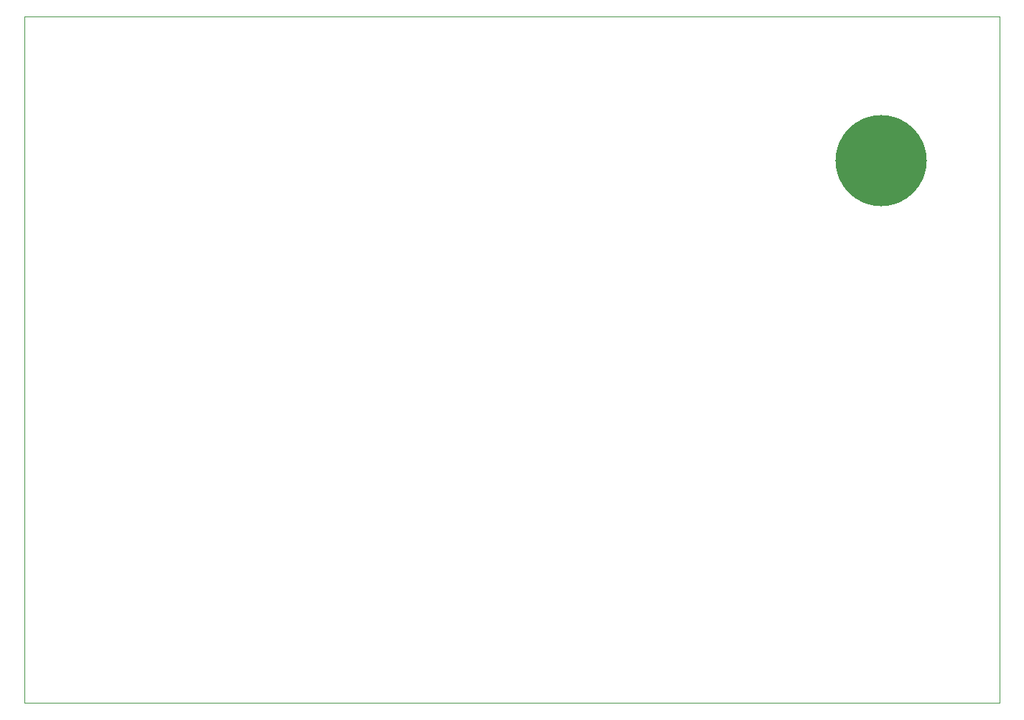
<source format=gbr>
G04 EAGLE Gerber X2 export*
%TF.Part,Single*%
%TF.FileFunction,Profile,NP*%
%TF.FilePolarity,Positive*%
%TF.GenerationSoftware,Autodesk,EAGLE,9.0.1*%
%TF.CreationDate,2018-07-03T17:36:12Z*%
G75*
%MOMM*%
%FSLAX34Y34*%
%LPD*%
%AMOC8*
5,1,8,0,0,1.08239X$1,22.5*%
G01*
%ADD10C,0.000000*%
%ADD11C,10.770325*%


D10*
X340Y-330D02*
X1150340Y-330D01*
X1150340Y809670D01*
X340Y809670D01*
X340Y-330D01*
D11*
X1010340Y639670D03*
M02*

</source>
